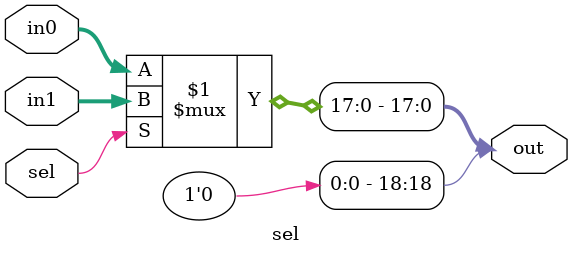
<source format=v>
module sel(in0, in1, sel, out);
	input [17:0] in0, in1;
	input sel;
	output [18:0] out;

	assign out = (sel) ? in1 : in0;
endmodule

</source>
